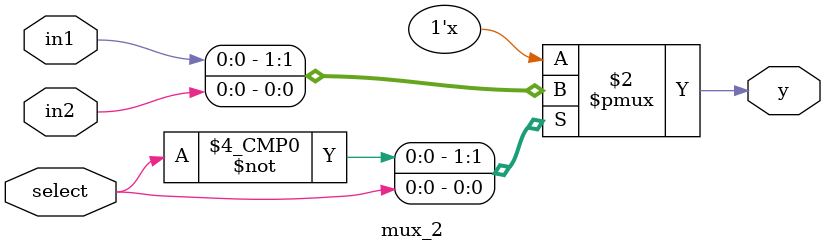
<source format=v>
`timescale 1ns / 1ps
module mux_2(y,select, in1 , in2  );

input select,in1,in2;
output reg y;

always @ (in2 or in1 or select) 
begin
          
case (select) 

	1'b0:  y = in1;   //if select=01
	1'b1:  y = in2;   //if select=10

endcase 
end
		



endmodule

</source>
